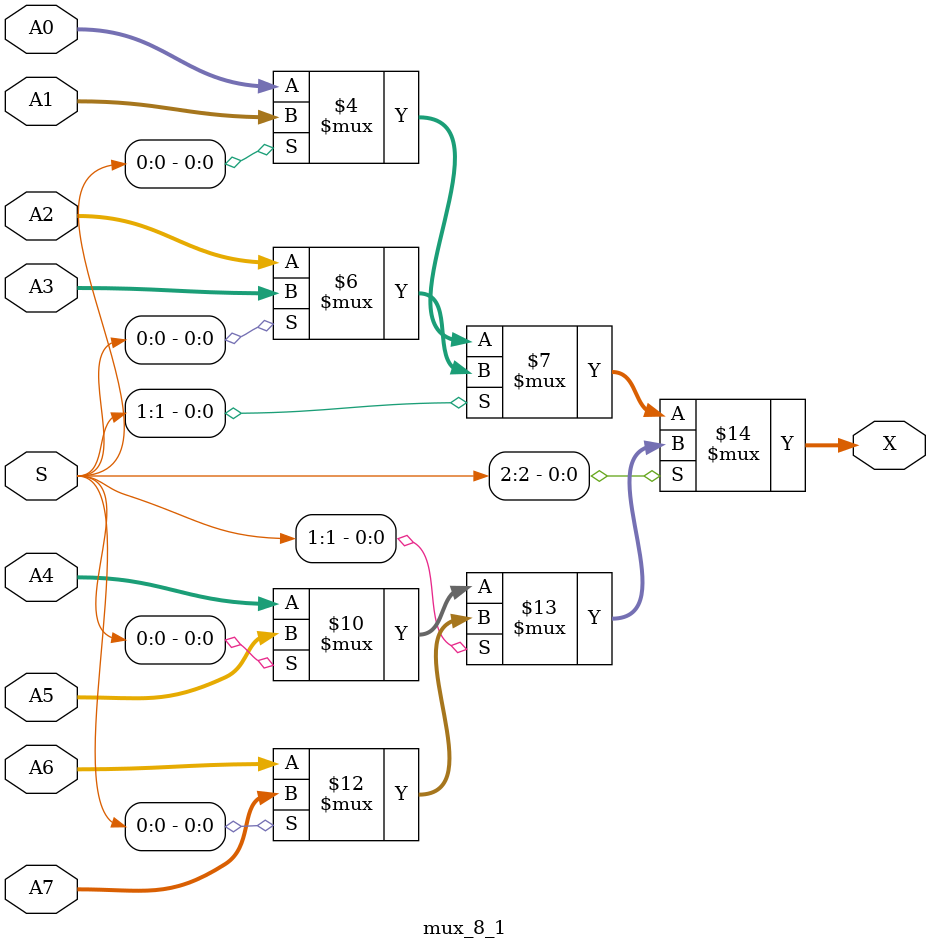
<source format=v>
/*
 * ------------------------------------------------------------------
 * 8 to 1 multiplexorby Eric Sashaug
 * ------------------------------------------------------------------ * 
 */


module mux_8_1(X, A0, A1, A2, A3, A4, A5, A6, A7, S);   
   output [15:0] X;   // The output line

   input [15:0]  A7;  // Input line with id 3'b111
   input [15:0]  A6;  // Input line with id 3'b110
   input [15:0]  A5;  // Input line with id 3'b101
   input [15:0]  A4;  // Input line with id 3'b100
   input [15:0]  A3;  // Input line with id 3'b011
   input [15:0]  A2;  // Input line with id 3'b010
   input [15:0]  A1;  // Input line with id 3'b001
   input [15:0]  A0;  // Input line with id 3'b000
   input [2:0]	 S;   

   assign X = (S[2] == 0 
	       ? (S[1] == 0 
		  ? (S[0] == 0 
		     ? A0       // {S2,S1,S0} = 3'b000
		     : A1)      // {S2,S1,S0} = 3'b001
		  : (S[0] == 0 
		     ? A2       // {S2,S1,S0} = 3'b010
		     : A3))     // {S2,S1,S0} = 3'b011
	       : (S[1] == 0 
		  ? (S[0] == 0 
		     ? A4       // {S2,S1,S0} = 3'b100
		     : A5)      // {S2,S1,S0} = 3'b101
		  : (S[0] == 0 
		     ? A6       // {S2,S1,S0} = 3'b110
		     : A7)));   // {S2,S1,S0} = 3'b111
endmodule // multiplexer_8_1

</source>
